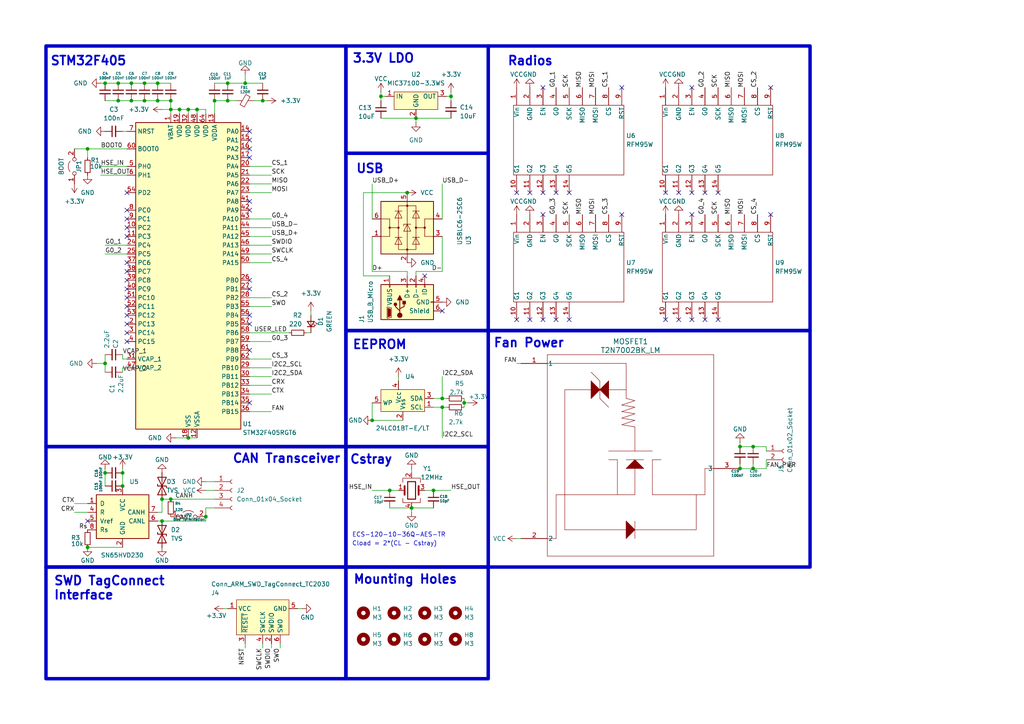
<source format=kicad_sch>
(kicad_sch (version 20250114) (generator "eeschema") (generator_version "9.0")
  (paper "A4")
  (lib_symbols
    (symbol "+3.3V_1" (power) (pin_numbers (hide yes)) (pin_names (offset 0) (hide yes))
      (property "Value" "+3.3V" (at 0 3.556 0))
      (symbol "+3.3V_1_1_1"
        (pin power_in line (at 0 0 90) (length 0) (name "~") (number "1"))
      )
    )
    (symbol "Connector:Conn_01x02_Socket" (pin_names (offset 1.016) (hide yes))
      (property "Reference" "J" (at 0 2.54 0))
      (property "Value" "Conn_01x02_Socket" (at 0 -5.08 0))
      (symbol "Conn_01x02_Socket_1_1"
        (pin passive line (at -5.08 0 0) (length 3.81) (name "Pin_1") (number "1"))
        (pin passive line (at -5.08 -2.54 0) (length 3.81) (name "Pin_2") (number "2"))
      )
    )
    (symbol "Connector:Conn_01x04_Socket" (pin_names (offset 1.016) (hide yes))
      (property "Reference" "J" (at 0 5.08 0))
      (property "Value" "Conn_01x04_Socket" (at 0 -7.62 0))
      (symbol "Conn_01x04_Socket_1_1"
        (pin passive line (at -5.08 2.54 0) (length 3.81) (name "Pin_1") (number "1"))
        (pin passive line (at -5.08 0 0) (length 3.81) (name "Pin_2") (number "2"))
        (pin passive line (at -5.08 -2.54 0) (length 3.81) (name "Pin_3") (number "3"))
        (pin passive line (at -5.08 -5.08 0) (length 3.81) (name "Pin_4") (number "4"))
      )
    )
    (symbol "Connector:Conn_ARM_SWD_TagConnect_TC2030" (in_bom no)
      (property "Reference" "J" (at 2.54 11.43 0))
      (property "Value" "Conn_ARM_SWD_TagConnect_TC2030" (at 5.08 8.89 0))
      (symbol "Conn_ARM_SWD_TagConnect_TC2030_0_0"
        (pin power_in line (at -2.54 10.16 270) (length 2.54) (name "VCC") (number "1"))
        (pin power_in line (at -2.54 -10.16 90) (length 2.54) (name "GND") (number "5"))
        (pin open_collector line (at 7.62 5.08 180) (length 2.54) (name "~{RESET}") (number "3"))
        (pin output line (at 7.62 0 180) (length 2.54) (name "SWCLK") (number "4"))
        (pin bidirectional line (at 7.62 -2.54 180) (length 2.54) (name "SWDIO") (number "2"))
        (pin input line (at 7.62 -5.08 180) (length 2.54) (name "SWO") (number "6"))
      )
    )
    (symbol "Connector:USB_B_Micro" (pin_names (offset 1.016))
      (property "Reference" "J" (at -5.08 11.43 0))
      (property "Value" "USB_B_Micro" (at -5.08 8.89 0))
      (symbol "USB_B_Micro_1_1"
        (pin passive line (at -2.54 -10.16 90) (length 2.54) (name "Shield") (number "6"))
        (pin power_out line (at 0 -10.16 90) (length 2.54) (name "GND") (number "5"))
        (pin power_out line (at 7.62 5.08 180) (length 2.54) (name "VBUS") (number "1"))
        (pin bidirectional line (at 7.62 0 180) (length 2.54) (name "D+") (number "3"))
        (pin bidirectional line (at 7.62 -2.54 180) (length 2.54) (name "D-") (number "2"))
        (pin passive line (at 7.62 -5.08 180) (length 2.54) (name "ID") (number "4"))
      )
    )
    (symbol "Device:C_Small" (pin_numbers (hide yes)) (pin_names (offset 0.254) (hide yes))
      (property "Reference" "C" (at 0.254 1.778 0))
      (property "Value" "C_Small" (at 0.254 -2.032 0))
      (symbol "C_Small_1_1"
        (pin passive line (at 0 2.54 270) (length 2.032) (name "~") (number "1"))
        (pin passive line (at 0 -2.54 90) (length 2.032) (name "~") (number "2"))
      )
    )
    (symbol "Device:Crystal_GND24" (pin_names (offset 1.016) (hide yes))
      (property "Reference" "Y" (at 3.175 5.08 0))
      (property "Value" "Crystal_GND24" (at 3.175 3.175 0))
      (symbol "Crystal_GND24_1_1"
        (pin passive line (at -3.81 0 0) (length 1.27) (name "1") (number "1"))
        (pin passive line (at 0 5.08 270) (length 1.27) (name "2") (number "2"))
        (pin passive line (at 0 -5.08 90) (length 1.27) (name "4") (number "4"))
        (pin passive line (at 3.81 0 180) (length 1.27) (name "3") (number "3"))
      )
    )
    (symbol "Device:D_TVS" (pin_numbers (hide yes)) (pin_names (offset 1.016) (hide yes))
      (property "Reference" "D" (at 0 2.54 0))
      (property "Value" "D_TVS" (at 0 -2.54 0))
      (symbol "D_TVS_1_1"
        (pin passive line (at -3.81 0 0) (length 2.54) (name "A1") (number "1"))
        (pin passive line (at 3.81 0 180) (length 2.54) (name "A2") (number "2"))
      )
    )
    (symbol "Device:FerriteBead_Small" (pin_numbers (hide yes)) (pin_names (offset 0))
      (property "Reference" "FB" (at 1.905 1.27 0))
      (property "Value" "FerriteBead_Small" (at 1.905 -1.27 0))
      (symbol "FerriteBead_Small_1_1"
        (pin passive line (at 0 2.54 270) (length 1.27) (name "~") (number "1"))
        (pin passive line (at 0 -2.54 90) (length 1.27) (name "~") (number "2"))
      )
    )
    (symbol "Device:LED_Small" (pin_numbers (hide yes)) (pin_names (offset 0.254) (hide yes))
      (property "Reference" "D" (at -1.27 3.175 0))
      (property "Value" "LED_Small" (at -4.445 -2.54 0))
      (symbol "LED_Small_1_1"
        (pin passive line (at -2.54 0 0) (length 1.778) (name "K") (number "1"))
        (pin passive line (at 2.54 0 180) (length 1.778) (name "A") (number "2"))
      )
    )
    (symbol "Device:R_Small" (pin_numbers (hide yes)) (pin_names (offset 0.254) (hide yes))
      (property "Reference" "R" (at 0.762 0.508 0))
      (property "Value" "R_Small" (at 0.762 -1.016 0))
      (symbol "R_Small_1_1"
        (pin passive line (at 0 2.54 270) (length 0.762) (name "~") (number "1"))
        (pin passive line (at 0 -2.54 90) (length 0.762) (name "~") (number "2"))
      )
    )
    (symbol "Interface_CAN_LIN:SN65HVD230" (pin_names (offset 1.016))
      (property "Reference" "U" (at -2.54 10.16 0))
      (property "Value" "SN65HVD230" (at -2.54 7.62 0))
      (symbol "SN65HVD230_1_1"
        (pin input line (at -10.16 2.54 0) (length 2.54) (name "D") (number "1"))
        (pin output line (at -10.16 0 0) (length 2.54) (name "R") (number "4"))
        (pin output line (at -10.16 -2.54 0) (length 2.54) (name "Vref") (number "5"))
        (pin input line (at -10.16 -5.08 0) (length 2.54) (name "Rs") (number "8"))
        (pin power_in line (at 0 7.62 270) (length 2.54) (name "VCC") (number "3"))
        (pin power_in line (at 0 -10.16 90) (length 2.54) (name "GND") (number "2"))
        (pin bidirectional line (at 10.16 0 180) (length 2.54) (name "CANH") (number "7"))
        (pin bidirectional line (at 10.16 -2.54 180) (length 2.54) (name "CANL") (number "6"))
      )
    )
    (symbol "Jumper:Jumper_2_Open" (pin_names (offset 0) (hide yes))
      (property "Reference" "JP" (at 0 2.794 0))
      (property "Value" "Jumper_2_Open" (at 0 -2.286 0))
      (symbol "Jumper_2_Open_1_1"
        (pin passive line (at -5.08 0 0) (length 2.54) (name "A") (number "1"))
        (pin passive line (at 5.08 0 180) (length 2.54) (name "B") (number "2"))
      )
    )
    (symbol "Library:24LC01BT-x/LT"
      (property "Reference" "U" (at 5.08 1.27 0))
      (property "Value" "24LC01BT-x/LT" (at 10.16 -1.27 0))
      (symbol "24LC01BT-x/LT_1_1"
        (pin input line (at -8.89 -6.35 0) (length 2.54) (name "WP") (number "5"))
        (pin power_in line (at -1.27 0 270) (length 2.54) (name "Vcc") (number "4"))
        (pin power_in line (at 0 -11.43 90) (length 2.54) (name "Vss") (number "2"))
        (pin bidirectional line (at 8.89 -5.08 180) (length 2.54) (name "SDA") (number "3"))
        (pin input line (at 8.89 -7.62 180) (length 2.54) (name "SCL") (number "1"))
      )
    )
    (symbol "Library:MIC37100-3.3WS"
      (property "Reference" "U" (at 0 1.27 0))
      (property "Value" "MIC37100-3.3WS" (at 0 -1.27 0))
      (symbol "MIC37100-3.3WS_1_1"
        (pin power_in line (at -8.89 -3.81 0) (length 2.54) (name "IN") (number "1"))
        (pin power_in line (at 0 -10.16 90) (length 2.54) (name "GND") (number "2"))
        (pin power_out line (at 8.89 -3.81 180) (length 2.54) (name "OUT") (number "3"))
      )
    )
    (symbol "MCU_ST_STM32F4:STM32F405RGTx"
      (property "Reference" "U" (at -15.24 46.99 0))
      (property "Value" "STM32F405RGTx" (at 10.16 46.99 0))
      (symbol "STM32F405RGTx_1_1"
        (pin input line (at -17.78 43.18 0) (length 2.54) (name "NRST") (number "7"))
        (pin input line (at -17.78 38.1 0) (length 2.54) (name "BOOT0") (number "60"))
        (pin bidirectional line (at -17.78 33.02 0) (length 2.54) (name "PH0") (number "5"))
        (pin bidirectional line (at -17.78 30.48 0) (length 2.54) (name "PH1") (number "6"))
        (pin bidirectional line (at -17.78 25.4 0) (length 2.54) (name "PD2") (number "54"))
        (pin bidirectional line (at -17.78 20.32 0) (length 2.54) (name "PC0") (number "8"))
        (pin bidirectional line (at -17.78 17.78 0) (length 2.54) (name "PC1") (number "9"))
        (pin bidirectional line (at -17.78 15.24 0) (length 2.54) (name "PC2") (number "10"))
        (pin bidirectional line (at -17.78 12.7 0) (length 2.54) (name "PC3") (number "11"))
        (pin bidirectional line (at -17.78 10.16 0) (length 2.54) (name "PC4") (number "24"))
        (pin bidirectional line (at -17.78 7.62 0) (length 2.54) (name "PC5") (number "25"))
        (pin bidirectional line (at -17.78 5.08 0) (length 2.54) (name "PC6") (number "37"))
        (pin bidirectional line (at -17.78 2.54 0) (length 2.54) (name "PC7") (number "38"))
        (pin bidirectional line (at -17.78 0 0) (length 2.54) (name "PC8") (number "39"))
        (pin bidirectional line (at -17.78 -2.54 0) (length 2.54) (name "PC9") (number "40"))
        (pin bidirectional line (at -17.78 -5.08 0) (length 2.54) (name "PC10") (number "51"))
        (pin bidirectional line (at -17.78 -7.62 0) (length 2.54) (name "PC11") (number "52"))
        (pin bidirectional line (at -17.78 -10.16 0) (length 2.54) (name "PC12") (number "53"))
        (pin bidirectional line (at -17.78 -12.7 0) (length 2.54) (name "PC13") (number "2"))
        (pin bidirectional line (at -17.78 -15.24 0) (length 2.54) (name "PC14") (number "3"))
        (pin bidirectional line (at -17.78 -17.78 0) (length 2.54) (name "PC15") (number "4"))
        (pin power_out line (at -17.78 -22.86 0) (length 2.54) (name "VCAP_1") (number "31"))
        (pin power_out line (at -17.78 -25.4 0) (length 2.54) (name "VCAP_2") (number "47"))
        (pin power_in line (at -5.08 48.26 270) (length 2.54) (name "VBAT") (number "1"))
        (pin power_in line (at -2.54 48.26 270) (length 2.54) (name "VDD") (number "19"))
        (pin power_in line (at 0 48.26 270) (length 2.54) (name "VDD") (number "32"))
        (pin power_in line (at 0 -45.72 90) (length 2.54) (name "VSS") (number "18"))
        (pin passive line (at 0 -45.72 90) (length 2.54) (hide yes) (name "VSS") (number "63"))
        (pin power_in line (at 2.54 48.26 270) (length 2.54) (name "VDD") (number "48"))
        (pin power_in line (at 2.54 -45.72 90) (length 2.54) (name "VSSA") (number "12"))
        (pin power_in line (at 5.08 48.26 270) (length 2.54) (name "VDD") (number "64"))
        (pin power_in line (at 7.62 48.26 270) (length 2.54) (name "VDDA") (number "13"))
        (pin bidirectional line (at 17.78 43.18 180) (length 2.54) (name "PA0") (number "14"))
        (pin bidirectional line (at 17.78 40.64 180) (length 2.54) (name "PA1") (number "15"))
        (pin bidirectional line (at 17.78 38.1 180) (length 2.54) (name "PA2") (number "16"))
        (pin bidirectional line (at 17.78 35.56 180) (length 2.54) (name "PA3") (number "17"))
        (pin bidirectional line (at 17.78 33.02 180) (length 2.54) (name "PA4") (number "20"))
        (pin bidirectional line (at 17.78 30.48 180) (length 2.54) (name "PA5") (number "21"))
        (pin bidirectional line (at 17.78 27.94 180) (length 2.54) (name "PA6") (number "22"))
        (pin bidirectional line (at 17.78 25.4 180) (length 2.54) (name "PA7") (number "23"))
        (pin bidirectional line (at 17.78 22.86 180) (length 2.54) (name "PA8") (number "41"))
        (pin bidirectional line (at 17.78 20.32 180) (length 2.54) (name "PA9") (number "42"))
        (pin bidirectional line (at 17.78 17.78 180) (length 2.54) (name "PA10") (number "43"))
        (pin bidirectional line (at 17.78 15.24 180) (length 2.54) (name "PA11") (number "44"))
        (pin bidirectional line (at 17.78 12.7 180) (length 2.54) (name "PA12") (number "45"))
        (pin bidirectional line (at 17.78 10.16 180) (length 2.54) (name "PA13") (number "46"))
        (pin bidirectional line (at 17.78 7.62 180) (length 2.54) (name "PA14") (number "49"))
        (pin bidirectional line (at 17.78 5.08 180) (length 2.54) (name "PA15") (number "50"))
        (pin bidirectional line (at 17.78 0 180) (length 2.54) (name "PB0") (number "26"))
        (pin bidirectional line (at 17.78 -2.54 180) (length 2.54) (name "PB1") (number "27"))
        (pin bidirectional line (at 17.78 -5.08 180) (length 2.54) (name "PB2") (number "28"))
        (pin bidirectional line (at 17.78 -7.62 180) (length 2.54) (name "PB3") (number "55"))
        (pin bidirectional line (at 17.78 -10.16 180) (length 2.54) (name "PB4") (number "56"))
        (pin bidirectional line (at 17.78 -12.7 180) (length 2.54) (name "PB5") (number "57"))
        (pin bidirectional line (at 17.78 -15.24 180) (length 2.54) (name "PB6") (number "58"))
        (pin bidirectional line (at 17.78 -17.78 180) (length 2.54) (name "PB7") (number "59"))
        (pin bidirectional line (at 17.78 -20.32 180) (length 2.54) (name "PB8") (number "61"))
        (pin bidirectional line (at 17.78 -22.86 180) (length 2.54) (name "PB9") (number "62"))
        (pin bidirectional line (at 17.78 -25.4 180) (length 2.54) (name "PB10") (number "29"))
        (pin bidirectional line (at 17.78 -27.94 180) (length 2.54) (name "PB11") (number "30"))
        (pin bidirectional line (at 17.78 -30.48 180) (length 2.54) (name "PB12") (number "33"))
        (pin bidirectional line (at 17.78 -33.02 180) (length 2.54) (name "PB13") (number "34"))
        (pin bidirectional line (at 17.78 -35.56 180) (length 2.54) (name "PB14") (number "35"))
        (pin bidirectional line (at 17.78 -38.1 180) (length 2.54) (name "PB15") (number "36"))
      )
    )
    (symbol "Mechanical:MountingHole" (pin_names (offset 1.016))
      (property "Reference" "H" (at 0 5.08 0))
      (property "Value" "MountingHole" (at 0 3.175 0))
    )
    (symbol "New_Library:T2N7002BK_LM" (pin_names (offset 0.254))
      (property "Reference" "MOSFET" (at 22.86 7.62 0))
      (property "Value" "T2N7002BK_LM" (at 20.32 -2.54 0))
      (symbol "T2N7002BK_LM_0_1"
        (pin unspecified line (at 0 0 0) (length 7.62) (name "1") (number "1"))
        (pin unspecified line (at 0 -50.8 0) (length 7.62) (name "2") (number "2"))
        (pin unspecified line (at 63.5 -30.48 180) (length 7.62) (name "3") (number "3"))
      )
    )
    (symbol "Power_Protection:USBLC6-2SC6" (pin_names (hide yes))
      (property "Reference" "U" (at 2.54 8.89 0))
      (property "Value" "USBLC6-2SC6" (at 2.54 -8.89 0))
      (symbol "USBLC6-2SC6_1_1"
        (pin passive line (at -10.16 2.54 0) (length 2.54) (name "I/O1") (number "6"))
        (pin passive line (at -10.16 -2.54 0) (length 2.54) (name "I/O1") (number "1"))
        (pin passive line (at 0 10.16 270) (length 2.54) (name "VBUS") (number "5"))
        (pin passive line (at 0 -10.16 90) (length 2.54) (name "GND") (number "2"))
        (pin passive line (at 10.16 2.54 180) (length 2.54) (name "I/O2") (number "4"))
        (pin passive line (at 10.16 -2.54 180) (length 2.54) (name "I/O2") (number "3"))
      )
    )
    (symbol "RFM69HCW_1"
      (property "Reference" "U" (at 0.1016 17.1704 0))
      (property "Value" "RFM69HCW" (at 0.0508 -18.3896 0))
      (symbol "RFM69HCW_1_1_1"
        (pin input line (at -15.24 15.24 0) (length 5.08) (name "RST") (number "9"))
        (pin input line (at -15.24 11.43 0) (length 5.08) (name "CS") (number "8"))
        (pin input line (at -15.24 7.62 0) (length 5.08) (name "MOSI") (number "7"))
        (pin output line (at -15.24 3.81 0) (length 5.08) (name "MISO") (number "6"))
        (pin input line (at -15.24 0 0) (length 5.08) (name "SCK") (number "5"))
        (pin output line (at -15.24 -3.81 0) (length 5.08) (name "G0") (number "4"))
        (pin power_in line (at -15.24 -7.62 0) (length 5.08) (name "EN") (number "3"))
        (pin power_in line (at -15.24 -11.43 0) (length 5.08) (name "GND") (number "2"))
        (pin power_in line (at -15.24 -15.24 0) (length 5.08) (name "Vin") (number "1"))
        (pin output line (at 15.24 0 180) (length 5.08) (name "G5") (number "14"))
        (pin output line (at 15.24 -3.81 180) (length 5.08) (name "G4") (number "13"))
        (pin output line (at 15.24 -7.62 180) (length 5.08) (name "G3") (number "12"))
        (pin output line (at 15.24 -11.43 180) (length 5.08) (name "G2") (number "11"))
        (pin output line (at 15.24 -15.24 180) (length 5.08) (name "G1") (number "10"))
      )
    )
    (symbol "power:+3.3V" (power) (pin_names (offset 0))
      (property "Value" "+3.3V" (at 0 3.556 0))
      (symbol "+3.3V_1_1"
        (pin power_in line (at 0 0 90) (length 0) (hide yes) (name "+3.3V") (number "1"))
      )
    )
    (symbol "power:GND" (power) (pin_numbers (hide yes)) (pin_names (offset 0) (hide yes))
      (property "Value" "GND" (at 0 -3.81 0))
      (symbol "GND_1_1"
        (pin power_in line (at 0 0 270) (length 0) (name "~") (number "1"))
      )
    )
    (symbol "power:VCC" (power) (pin_names (offset 0))
      (property "Value" "VCC" (at 0 3.81 0))
      (symbol "VCC_1_1"
        (pin power_in line (at 0 0 90) (length 0) (hide yes) (name "VCC") (number "1"))
      )
    )
  )
  (rectangle (start 100.33 13.335) (end 141.605 44.45) (stroke (width 1)))
  (rectangle (start 100.33 95.885) (end 141.605 129.54) (stroke (width 1)))
  (rectangle (start 141.605 95.885) (end 234.95 164.465) (stroke (width 1)))
  (rectangle (start 13.335 13.335) (end 100.33 129.54) (stroke (width 1)))
  (rectangle (start 141.605 13.335) (end 234.95 95.885) (stroke (width 1)))
  (rectangle (start 100.33 164.465) (end 141.605 196.85) (stroke (width 1)))
  (rectangle (start 100.33 129.54) (end 141.605 164.465) (stroke (width 1)))
  (rectangle (start 100.33 44.45) (end 141.605 95.885) (stroke (width 1)))
  (rectangle (start 13.335 164.465) (end 100.33 196.85) (stroke (width 1)))
  (rectangle (start 13.335 129.54) (end 100.33 164.465) (stroke (width 1)))
  (text "EEPROM" (at 102.108 101.6 0) (effects (font (size 2.56 2.56) (thickness 0.512) (bold yes)) (justify left bottom)))
  (text "Radios" (at 147.066 19.304 0) (effects (font (size 2.56 2.56) (thickness 0.512) (bold yes)) (justify left bottom)))
  (text "Fan Power" (at 143.002 101.092 0) (effects (font (size 2.56 2.56) (thickness 0.512) (bold yes)) (justify left bottom)))
  (text "ECS-120-10-36Q-AES-TR" (at 102.108 155.956 0) (effects (font (size 1.27 1.27)) (justify left bottom)))
  (text "STM32F405" (at 14.478 19.304 0) (effects (font (size 2.56 2.56) (thickness 0.512) (bold yes)) (justify left bottom)))
  (text "Mounting Holes" (at 102.362 169.672 0) (effects (font (size 2.56 2.56) (thickness 0.512) (bold yes)) (justify left bottom)))
  (text "3.3V LDO" (at 102.108 18.542 0) (effects (font (size 2.56 2.56) (thickness 0.512) (bold yes)) (justify left bottom)))
  (text "Cstray" (at 101.346 134.874 0) (effects (font (size 2.56 2.56) (thickness 0.512) (bold yes)) (justify left bottom)))
  (text "USB" (at 103.124 50.546 0) (effects (font (size 2.56 2.56) (thickness 0.512) (bold yes)) (justify left bottom)))
  (text "Cload = 2*(CL - Cstray)" (at 102.108 158.496 0) (effects (font (size 1.27 1.27)) (justify left bottom)))
  (text "SWD TagConnect\nInterface" (at 15.494 174.244 0) (effects (font (size 2.56 2.56) (thickness 0.512) (bold yes)) (justify left bottom)))
  (text "CAN Transceiver" (at 67.31 134.62 0) (effects (font (size 2.56 2.56) (thickness 0.512) (bold yes)) (justify left bottom)))
  (junction (at 45.72 24.13))
  (junction (at 49.53 29.21))
  (junction (at 120.65 34.29))
  (junction (at 128.27 118.11))
  (junction (at 118.11 55.88))
  (junction (at 35.56 137.16))
  (junction (at 218.44 129.54))
  (junction (at 41.91 24.13))
  (junction (at 62.23 29.21))
  (junction (at 54.61 127))
  (junction (at 46.99 151.13))
  (junction (at 38.1 29.21))
  (junction (at 130.81 27.94))
  (junction (at 25.4 158.75))
  (junction (at 38.1 24.13))
  (junction (at 52.07 31.75))
  (junction (at 30.48 137.16))
  (junction (at 107.95 121.92))
  (junction (at 134.62 116.84))
  (junction (at 46.99 144.78))
  (junction (at 66.04 24.13))
  (junction (at 119.38 147.32))
  (junction (at 30.48 24.13))
  (junction (at 30.48 105.41))
  (junction (at 41.91 29.21))
  (junction (at 45.72 29.21))
  (junction (at 113.03 142.24))
  (junction (at 128.27 115.57))
  (junction (at 66.04 29.21))
  (junction (at 34.29 29.21))
  (junction (at 125.73 142.24))
  (junction (at 54.61 31.75))
  (junction (at 218.44 135.89))
  (junction (at 214.63 129.54))
  (junction (at 35.56 140.97))
  (junction (at 25.4 43.18))
  (junction (at 71.12 24.13))
  (junction (at 76.2 29.21))
  (junction (at 59.69 149.86))
  (junction (at 110.49 27.94))
  (junction (at 49.53 31.75))
  (junction (at 57.15 31.75))
  (junction (at 214.63 135.89))
  (junction (at 49.53 144.78))
  (junction (at 34.29 24.13))
  (no_connect (at 196.85 92.71))
  (no_connect (at 161.29 92.71))
  (no_connect (at 200.66 62.23))
  (no_connect (at 208.28 92.71))
  (no_connect (at 208.28 55.88))
  (no_connect (at 25.4 151.13))
  (no_connect (at 36.83 81.28))
  (no_connect (at 200.66 55.88))
  (no_connect (at 36.83 83.82))
  (no_connect (at 157.48 62.23))
  (no_connect (at 36.83 88.9))
  (no_connect (at 200.66 92.71))
  (no_connect (at 149.86 55.88))
  (no_connect (at 204.47 55.88))
  (no_connect (at 153.67 92.71))
  (no_connect (at 149.86 92.71))
  (no_connect (at 223.52 62.23))
  (no_connect (at 36.83 76.2))
  (no_connect (at 72.39 93.98))
  (no_connect (at 36.83 86.36))
  (no_connect (at 36.83 68.58))
  (no_connect (at 123.19 80.01))
  (no_connect (at 36.83 55.88))
  (no_connect (at 36.83 91.44))
  (no_connect (at 72.39 58.42))
  (no_connect (at 223.52 25.4))
  (no_connect (at 72.39 101.6))
  (no_connect (at 180.34 62.23))
  (no_connect (at 180.34 25.4))
  (no_connect (at 157.48 92.71))
  (no_connect (at 36.83 60.96))
  (no_connect (at 72.39 60.96))
  (no_connect (at 72.39 40.64))
  (no_connect (at 157.48 55.88))
  (no_connect (at 72.39 83.82))
  (no_connect (at 72.39 45.72))
  (no_connect (at 72.39 81.28))
  (no_connect (at 36.83 99.06))
  (no_connect (at 196.85 55.88))
  (no_connect (at 193.04 92.71))
  (no_connect (at 200.66 25.4))
  (no_connect (at 128.27 90.17))
  (no_connect (at 36.83 63.5))
  (no_connect (at 165.1 55.88))
  (no_connect (at 36.83 93.98))
  (no_connect (at 72.39 116.84))
  (no_connect (at 161.29 55.88))
  (no_connect (at 36.83 78.74))
  (no_connect (at 36.83 66.04))
  (no_connect (at 193.04 55.88))
  (no_connect (at 165.1 92.71))
  (no_connect (at 204.47 92.71))
  (no_connect (at 72.39 38.1))
  (no_connect (at 72.39 43.18))
  (no_connect (at 72.39 91.44))
  (no_connect (at 157.48 25.4))
  (no_connect (at 153.67 55.88))
  (no_connect (at 36.83 96.52))
  (wire (pts (xy 72.39 99.06) (xy 78.74 99.06)))
  (wire (pts (xy 76.2 29.21) (xy 77.47 29.21)))
  (wire (pts (xy 30.48 135.89) (xy 30.48 137.16)))
  (wire (pts (xy 214.63 134.62) (xy 214.63 135.89)))
  (wire (pts (xy 59.69 139.7) (xy 62.23 139.7)))
  (wire (pts (xy 72.39 48.26) (xy 78.74 48.26)))
  (wire (pts (xy 35.56 102.87) (xy 35.56 104.14)))
  (wire (pts (xy 71.12 24.13) (xy 76.2 24.13)))
  (wire (pts (xy 72.39 114.3) (xy 78.74 114.3)))
  (wire (pts (xy 27.94 105.41) (xy 30.48 105.41)))
  (wire (pts (xy 29.21 24.13) (xy 30.48 24.13)))
  (wire (pts (xy 81.28 187.96) (xy 81.28 186.69)))
  (wire (pts (xy 62.23 24.13) (xy 66.04 24.13)))
  (wire (pts (xy 21.59 43.18) (xy 25.4 43.18)))
  (wire (pts (xy 46.99 151.13) (xy 59.69 151.13)))
  (wire (pts (xy 120.65 35.56) (xy 120.65 34.29)))
  (wire (pts (xy 45.72 151.13) (xy 46.99 151.13)))
  (wire (pts (xy 25.4 43.18) (xy 36.83 43.18)))
  (wire (pts (xy 72.39 63.5) (xy 78.74 63.5)))
  (wire (pts (xy 72.39 111.76) (xy 78.74 111.76)))
  (wire (pts (xy 72.39 55.88) (xy 78.74 55.88)))
  (wire (pts (xy 45.72 148.59) (xy 46.99 148.59)))
  (wire (pts (xy 25.4 158.75) (xy 35.56 158.75)))
  (wire (pts (xy 90.17 90.17) (xy 90.17 91.44)))
  (wire (pts (xy 30.48 102.87) (xy 30.48 105.41)))
  (wire (pts (xy 72.39 71.12) (xy 78.74 71.12)))
  (wire (pts (xy 107.95 78.74) (xy 118.11 78.74)))
  (wire (pts (xy 30.48 73.66) (xy 36.83 73.66)))
  (wire (pts (xy 35.56 106.68) (xy 36.83 106.68)))
  (wire (pts (xy 218.44 135.89) (xy 218.44 134.62)))
  (wire (pts (xy 66.04 29.21) (xy 68.58 29.21)))
  (wire (pts (xy 46.99 31.75) (xy 49.53 31.75)))
  (wire (pts (xy 72.39 68.58) (xy 78.74 68.58)))
  (wire (pts (xy 54.61 31.75) (xy 57.15 31.75)))
  (wire (pts (xy 54.61 127) (xy 57.15 127)))
  (wire (pts (xy 119.38 135.89) (xy 119.38 137.16)))
  (wire (pts (xy 134.62 116.84) (xy 134.62 118.11)))
  (wire (pts (xy 128.27 53.34) (xy 128.27 63.5)))
  (wire (pts (xy 72.39 73.66) (xy 78.74 73.66)))
  (wire (pts (xy 72.39 53.34) (xy 78.74 53.34)))
  (wire (pts (xy 49.53 144.78) (xy 62.23 144.78)))
  (wire (pts (xy 118.11 78.74) (xy 118.11 80.01)))
  (wire (pts (xy 45.72 29.21) (xy 49.53 29.21)))
  (wire (pts (xy 119.38 147.32) (xy 119.38 148.59)))
  (wire (pts (xy 59.69 142.24) (xy 62.23 142.24)))
  (wire (pts (xy 29.21 50.8) (xy 36.83 50.8)))
  (wire (pts (xy 129.54 27.94) (xy 130.81 27.94)))
  (wire (pts (xy 59.69 147.32) (xy 62.23 147.32)))
  (wire (pts (xy 113.03 80.01) (xy 105.41 80.01)))
  (wire (pts (xy 110.49 27.94) (xy 111.76 27.94)))
  (wire (pts (xy 134.62 115.57) (xy 134.62 116.84)))
  (wire (pts (xy 222.25 135.89) (xy 222.25 133.35)))
  (wire (pts (xy 72.39 96.52) (xy 83.82 96.52)))
  (wire (pts (xy 54.61 33.02) (xy 54.61 31.75)))
  (wire (pts (xy 41.91 29.21) (xy 45.72 29.21)))
  (wire (pts (xy 59.69 149.86) (xy 59.69 151.13)))
  (wire (pts (xy 30.48 71.12) (xy 36.83 71.12)))
  (wire (pts (xy 71.12 21.59) (xy 71.12 24.13)))
  (wire (pts (xy 128.27 109.22) (xy 128.27 115.57)))
  (wire (pts (xy 107.95 68.58) (xy 107.95 78.74)))
  (wire (pts (xy 128.27 127) (xy 128.27 118.11)))
  (wire (pts (xy 35.56 104.14) (xy 36.83 104.14)))
  (wire (pts (xy 214.63 129.54) (xy 218.44 129.54)))
  (wire (pts (xy 110.49 26.67) (xy 110.49 27.94)))
  (wire (pts (xy 130.81 26.67) (xy 130.81 27.94)))
  (wire (pts (xy 78.74 187.96) (xy 78.74 186.69)))
  (wire (pts (xy 57.15 33.02) (xy 57.15 31.75)))
  (wire (pts (xy 45.72 24.13) (xy 49.53 24.13)))
  (wire (pts (xy 125.73 142.24) (xy 123.19 142.24)))
  (wire (pts (xy 128.27 78.74) (xy 128.27 68.58)))
  (wire (pts (xy 72.39 76.2) (xy 78.74 76.2)))
  (wire (pts (xy 128.27 115.57) (xy 129.54 115.57)))
  (wire (pts (xy 128.27 118.11) (xy 125.73 118.11)))
  (wire (pts (xy 59.69 33.02) (xy 59.69 31.75)))
  (wire (pts (xy 214.63 135.89) (xy 218.44 135.89)))
  (wire (pts (xy 214.63 128.27) (xy 214.63 129.54)))
  (wire (pts (xy 71.12 187.96) (xy 71.12 186.69)))
  (wire (pts (xy 41.91 24.13) (xy 45.72 24.13)))
  (wire (pts (xy 128.27 115.57) (xy 125.73 115.57)))
  (wire (pts (xy 59.69 31.75) (xy 57.15 31.75)))
  (wire (pts (xy 113.03 147.32) (xy 119.38 147.32)))
  (wire (pts (xy 34.29 24.13) (xy 38.1 24.13)))
  (wire (pts (xy 72.39 50.8) (xy 78.74 50.8)))
  (wire (pts (xy 30.48 29.21) (xy 34.29 29.21)))
  (wire (pts (xy 110.49 29.21) (xy 110.49 27.94)))
  (wire (pts (xy 30.48 137.16) (xy 30.48 140.97)))
  (wire (pts (xy 107.95 116.84) (xy 107.95 121.92)))
  (wire (pts (xy 54.61 31.75) (xy 52.07 31.75)))
  (wire (pts (xy 218.44 129.54) (xy 222.25 129.54)))
  (wire (pts (xy 62.23 29.21) (xy 62.23 33.02)))
  (wire (pts (xy 72.39 104.14) (xy 78.74 104.14)))
  (wire (pts (xy 35.56 135.89) (xy 35.56 137.16)))
  (wire (pts (xy 30.48 105.41) (xy 30.48 107.95)))
  (wire (pts (xy 46.99 148.59) (xy 46.99 144.78)))
  (wire (pts (xy 49.53 31.75) (xy 52.07 31.75)))
  (wire (pts (xy 72.39 106.68) (xy 78.74 106.68)))
  (wire (pts (xy 149.86 105.41) (xy 151.13 105.41)))
  (wire (pts (xy 86.36 176.53) (xy 87.63 176.53)))
  (wire (pts (xy 107.95 121.92) (xy 116.84 121.92)))
  (wire (pts (xy 46.99 144.78) (xy 49.53 144.78)))
  (wire (pts (xy 120.65 78.74) (xy 128.27 78.74)))
  (wire (pts (xy 38.1 24.13) (xy 41.91 24.13)))
  (wire (pts (xy 73.66 29.21) (xy 76.2 29.21)))
  (wire (pts (xy 72.39 109.22) (xy 78.74 109.22)))
  (wire (pts (xy 149.86 156.21) (xy 151.13 156.21)))
  (wire (pts (xy 72.39 119.38) (xy 78.74 119.38)))
  (wire (pts (xy 66.04 24.13) (xy 71.12 24.13)))
  (wire (pts (xy 120.65 34.29) (xy 130.81 34.29)))
  (wire (pts (xy 218.44 135.89) (xy 222.25 135.89)))
  (wire (pts (xy 30.48 24.13) (xy 34.29 24.13)))
  (wire (pts (xy 119.38 147.32) (xy 125.73 147.32)))
  (wire (pts (xy 78.74 86.36) (xy 72.39 86.36)))
  (wire (pts (xy 38.1 29.21) (xy 41.91 29.21)))
  (wire (pts (xy 222.25 129.54) (xy 222.25 130.81)))
  (wire (pts (xy 35.56 137.16) (xy 35.56 140.97)))
  (wire (pts (xy 105.41 80.01) (xy 105.41 55.88)))
  (wire (pts (xy 29.21 48.26) (xy 36.83 48.26)))
  (wire (pts (xy 130.81 27.94) (xy 130.81 29.21)))
  (wire (pts (xy 115.57 109.22) (xy 115.57 110.49)))
  (wire (pts (xy 72.39 88.9) (xy 78.74 88.9)))
  (wire (pts (xy 105.41 55.88) (xy 118.11 55.88)))
  (wire (pts (xy 21.59 146.05) (xy 25.4 146.05)))
  (wire (pts (xy 52.07 31.75) (xy 52.07 33.02)))
  (wire (pts (xy 49.53 29.21) (xy 49.53 31.75)))
  (wire (pts (xy 110.49 34.29) (xy 120.65 34.29)))
  (wire (pts (xy 107.95 53.34) (xy 107.95 63.5)))
  (wire (pts (xy 107.95 142.24) (xy 113.03 142.24)))
  (wire (pts (xy 134.62 116.84) (xy 135.89 116.84)))
  (wire (pts (xy 49.53 33.02) (xy 49.53 31.75)))
  (wire (pts (xy 128.27 118.11) (xy 129.54 118.11)))
  (wire (pts (xy 62.23 29.21) (xy 66.04 29.21)))
  (wire (pts (xy 76.2 187.96) (xy 76.2 186.69)))
  (wire (pts (xy 21.59 148.59) (xy 25.4 148.59)))
  (wire (pts (xy 59.69 149.86) (xy 59.69 147.32)))
  (wire (pts (xy 72.39 66.04) (xy 78.74 66.04)))
  (wire (pts (xy 25.4 45.72) (xy 25.4 43.18)))
  (wire (pts (xy 50.8 127) (xy 54.61 127)))
  (wire (pts (xy 90.17 96.52) (xy 88.9 96.52)))
  (wire (pts (xy 35.56 107.95) (xy 35.56 106.68)))
  (wire (pts (xy 35.56 38.1) (xy 36.83 38.1)))
  (wire (pts (xy 120.65 80.01) (xy 120.65 78.74)))
  (wire (pts (xy 34.29 29.21) (xy 38.1 29.21)))
  (wire (pts (xy 125.73 142.24) (xy 130.81 142.24)))
  (wire (pts (xy 113.03 142.24) (xy 115.57 142.24)))
  (wire (pts (xy 64.77 176.53) (xy 66.04 176.53)))
  (label "CS_1" (at 78.74 48.26 0))
  (label "G0_1" (at 161.29 25.4 90))
  (label "CS_4" (at 219.71 62.23 90))
  (label "CTX" (at 21.59 146.05 180))
  (label "VCAP_1" (at 35.56 102.87 0))
  (label "MISO" (at 212.09 62.23 90))
  (label "G0_3" (at 161.29 62.23 90))
  (label "MISO" (at 78.74 53.34 0))
  (label "VCAP_2" (at 35.56 107.95 0))
  (label "FAN_PWR" (at 222.25 135.89 0))
  (label "SWDIO" (at 78.74 71.12 0))
  (label "D+" (at 107.95 78.74 0))
  (label "CS_2" (at 78.74 86.36 0))
  (label "MOSI" (at 215.9 62.23 90))
  (label "G0_3" (at 78.74 99.06 0))
  (label "SWO" (at 78.74 88.9 0))
  (label "SCK" (at 165.1 25.4 90))
  (label "SWDIO" (at 78.74 187.96 270))
  (label "CS_2" (at 219.71 25.4 90))
  (label "SCK" (at 208.28 62.23 90))
  (label "FAN" (at 78.74 119.38 0))
  (label "D-" (at 128.27 78.74 180))
  (label "MOSI" (at 172.72 25.4 90))
  (label "USB_D-" (at 128.27 53.34 0))
  (label "CS_4" (at 78.74 76.2 0))
  (label "HSE_IN" (at 107.95 142.24 180))
  (label "MOSI" (at 172.72 62.23 90))
  (label "G0_4" (at 78.74 63.5 0))
  (label "MOSI" (at 215.9 25.4 90))
  (label "HSE_OUT" (at 29.21 50.8 0))
  (label "SCK" (at 165.1 62.23 90))
  (label "G0_1" (at 30.48 71.12 0))
  (label "MISO" (at 168.91 62.23 90))
  (label "CTX" (at 78.74 114.3 0))
  (label "CANH" (at 50.8 144.78 0))
  (label "G0_2" (at 30.48 73.66 0))
  (label "CS_3" (at 78.74 104.14 0))
  (label "NRST" (at 71.12 187.96 270))
  (label "SWCLK" (at 78.74 73.66 0))
  (label "CS_1" (at 176.53 25.4 90))
  (label "FAN" (at 149.86 105.41 180))
  (label "USB_D+" (at 107.95 53.34 0))
  (label "BOOT0" (at 29.21 43.18 0))
  (label "HSE_IN" (at 29.21 48.26 0))
  (label "SWCLK" (at 76.2 187.96 270))
  (label "I2C2_SDA" (at 78.74 109.22 0))
  (label "USB_D+" (at 78.74 68.58 0))
  (label "USER_LED" (at 73.66 96.52 0))
  (label "G0_2" (at 204.47 25.4 90))
  (label "CRX" (at 21.59 148.59 180))
  (label "HSE_OUT" (at 130.81 142.24 0))
  (label "I2C2_SCL" (at 128.27 127 0))
  (label "I2C2_SDA" (at 128.27 109.22 0))
  (label "CANL" (at 50.8 151.13 0))
  (label "I2C2_SCL" (at 78.74 106.68 0))
  (label "Rs" (at 25.4 153.67 180))
  (label "SCK" (at 78.74 50.8 0))
  (label "MOSI" (at 78.74 55.88 0))
  (label "USB_D-" (at 78.74 66.04 0))
  (label "MISO" (at 212.09 25.4 90))
  (label "SCK" (at 208.28 25.4 90))
  (label "G0_4" (at 204.47 62.23 90))
  (label "MISO" (at 168.91 25.4 90))
  (label "SWO" (at 81.28 187.96 270))
  (label "CRX" (at 78.74 111.76 0))
  (label "CS_3" (at 176.53 62.23 90))
  (symbol (lib_id "power:GND") (at 50.8 127 270) (unit 1)
    (property "Reference" "#PWR07" (effects (hide yes)))
    (property "Value" "GND" (at 46.99 126.9999 90) (effects (justify right)))
    (property "Description" "Power symbol creates a global label with name \"GND\" , ground" (effects (hide yes)))
  )
  (symbol (lib_id "New_Library:T2N7002BK_LM") (at 151.13 105.41 0) (unit 1)
    (property "Reference" "MOSFET1" (at 182.88 99.06 0) (effects (font (size 1.524 1.524))))
    (property "Value" "T2N7002BK_LM" (at 182.88 101.6 0) (effects (font (size 1.524 1.524))))
    (property "Footprint" "SOT23_TOS" (effects (hide yes)))
    (property "Datasheet" "T2N7002BK_LM" (effects (hide yes)))
  )
  (symbol (lib_id "Device:C_Small") (at 76.2 26.67 0) (unit 1)
    (property "Reference" "C12" (at 74.93 21.4693 0) (effects (font (size 0.75 0.75)) (justify left)))
    (property "Value" "1uF" (at 75.184 22.606 0) (effects (font (size 0.75 0.75)) (justify left)))
    (property "Footprint" "Capacitor_SMD:C_0603_1608Metric" (effects (hide yes)))
  )
  (symbol (lib_id "Connector:Conn_01x04_Socket") (at 67.31 142.24 0) (unit 1)
    (property "Reference" "J2" (at 68.58 142.2399 0) (effects (justify left)))
    (property "Value" "Conn_01x04_Socket" (at 68.58 144.7799 0) (effects (justify left)))
    (property "Description" "Generic connector, single row, 01x04, script generated" (effects (hide yes)))
  )
  (symbol (lib_id "power:GND") (at 30.48 135.89 180) (unit 1)
    (property "Reference" "#PWR011" (effects (hide yes)))
    (property "Value" "GND" (at 30.48 132.588 0))
    (property "Description" "Power symbol creates a global label with name \"GND\" , ground" (effects (hide yes)))
  )
  (symbol (lib_id "Device:C_Small") (at 49.53 26.67 0) (unit 1)
    (property "Reference" "C9" (at 48.768 21.336 0) (effects (font (size 0.75 0.75)) (justify left)))
    (property "Value" "100nF" (at 47.752 22.606 0) (effects (font (size 0.75 0.75)) (justify left)))
    (property "Footprint" "Capacitor_SMD:C_0402_1005Metric" (effects (hide yes)))
  )
  (symbol (lib_id "power:VCC") (at 193.04 25.4 0) (unit 1)
    (property "Reference" "#PWR042" (effects (hide yes)))
    (property "Value" "VCC" (at 193.04 21.59 0))
  )
  (symbol (lib_id "power:GND") (at 153.67 62.23 180) (unit 1)
    (property "Reference" "#PWR031" (effects (hide yes)))
    (property "Value" "GND" (at 153.67 58.42 0))
  )
  (symbol (lib_id "Device:D_TVS") (at 46.99 154.94 90) (unit 1)
    (property "Reference" "D2" (at 49.53 153.67 90) (effects (justify right)))
    (property "Value" "TVS" (at 49.53 156.21 90) (effects (justify right)))
    (property "Footprint" "Library:SOD-123FL" (effects (hide yes)))
  )
  (symbol (lib_id "Device:C_Small") (at 30.48 26.67 0) (unit 1)
    (property "Reference" "C4" (at 29.718 21.336 0) (effects (font (size 0.75 0.75)) (justify left)))
    (property "Value" "100nF" (at 28.702 22.606 0) (effects (font (size 0.75 0.75)) (justify left)))
    (property "Footprint" "Capacitor_SMD:C_0402_1005Metric" (effects (hide yes)))
  )
  (symbol (lib_name "RFM69HCW_1") (lib_id "Radio:RFM69HCW") (at 165.1 40.64 270) (unit 1)
    (property "Reference" "U6" (at 181.61 39.3699 90) (effects (justify left)))
    (property "Value" "RFM95W" (at 181.61 41.9099 90) (effects (justify left)))
    (property "Footprint" "Radio:RFM95W" (effects (hide yes)))
  )
  (symbol (lib_id "power:GND") (at 153.67 25.4 180) (unit 1)
    (property "Reference" "#PWR030" (effects (hide yes)))
    (property "Value" "GND" (at 153.67 21.59 0))
  )
  (symbol (lib_id "Mechanical:MountingHole") (at 132.08 185.42 0) (unit 1)
    (property "Reference" "H8" (at 134.62 184.15 0) (effects (justify left)))
    (property "Value" "M3" (at 134.62 186.69 0) (effects (justify left)))
    (property "Footprint" "MountingHole:MountingHole_3.2mm_M3" (effects (hide yes)))
  )
  (symbol (lib_id "Mechanical:MountingHole") (at 105.41 177.8 0) (unit 1)
    (property "Reference" "H1" (at 107.95 176.53 0) (effects (justify left)))
    (property "Value" "M3" (at 107.95 179.07 0) (effects (justify left)))
    (property "Footprint" "MountingHole:MountingHole_3.2mm_M3" (effects (hide yes)))
  )
  (symbol (lib_id "Connector:USB_B_Micro") (at 118.11 87.63 90) (unit 1)
    (property "Reference" "J1" (at 104.902 93.726 0) (effects (justify left)))
    (property "Value" "USB_B_Micro" (at 107.442 93.726 0) (effects (justify left)))
    (property "Description" "USB Micro Type B connector" (effects (hide yes)))
  )
  (symbol (lib_id "power:+3.3V") (at 130.81 26.67 0) (unit 1)
    (property "Reference" "#PWR013" (effects (hide yes)))
    (property "Value" "+3.3V" (at 130.81 21.59 0))
  )
  (symbol (lib_id "power:+3.3V") (at 21.59 53.34 180) (unit 1)
    (property "Reference" "#PWR04" (effects (hide yes)))
    (property "Value" "+3.3V" (at 21.59 58.42 0))
  )
  (symbol (lib_id "power:GND") (at 71.12 21.59 180) (unit 1)
    (property "Reference" "#PWR09" (effects (hide yes)))
    (property "Value" "GND" (at 71.12 18.288 0))
    (property "Description" "Power symbol creates a global label with name \"GND\" , ground" (effects (hide yes)))
  )
  (symbol (lib_id "power:+3.3V") (at 64.77 176.53 90) (unit 1)
    (property "Reference" "#PWR032" (effects (hide yes)))
    (property "Value" "+3.3V" (at 62.738 178.562 90))
  )
  (symbol (lib_id "power:+3.3V") (at 77.47 29.21 270) (unit 1)
    (property "Reference" "#PWR08" (effects (hide yes)))
    (property "Value" "+3.3V" (at 81.28 29.2099 90) (effects (justify left)))
  )
  (symbol (lib_id "power:GND") (at 119.38 148.59 0) (unit 1)
    (property "Reference" "#PWR026" (effects (hide yes)))
    (property "Value" "GND" (at 119.38 152.4 0))
  )
  (symbol (lib_id "Device:D_TVS") (at 46.99 140.97 90) (unit 1)
    (property "Reference" "D3" (at 48.26 139.7 90) (effects (justify right)))
    (property "Value" "TVS" (at 48.26 142.24 90) (effects (justify right)))
    (property "Footprint" "Library:SOD-123FL" (effects (hide yes)))
  )
  (symbol (lib_id "Device:C_Small") (at 38.1 26.67 0) (unit 1)
    (property "Reference" "C6" (at 37.338 21.336 0) (effects (font (size 0.75 0.75)) (justify left)))
    (property "Value" "100nF" (at 36.322 22.606 0) (effects (font (size 0.75 0.75)) (justify left)))
    (property "Footprint" "Capacitor_SMD:C_0402_1005Metric" (effects (hide yes)))
  )
  (symbol (lib_id "power:VCC") (at 110.49 26.67 0) (unit 1)
    (property "Reference" "#PWR014" (effects (hide yes)))
    (property "Value" "VCC" (at 110.49 22.86 0))
  )
  (symbol (lib_id "Device:R_Small") (at 86.36 96.52 270) (unit 1)
    (property "Reference" "R2" (at 87.63 91.44 90) (effects (justify right)))
    (property "Value" "220" (at 87.63 93.98 90) (effects (justify right)))
    (property "Footprint" "Resistor_SMD:R_0805_2012Metric" (effects (hide yes)))
  )
  (symbol (lib_id "Device:Crystal_GND24") (at 119.38 142.24 0) (unit 1)
    (property "Reference" "Y1" (at 123.952 135.89 0))
    (property "Value" "12MHz" (at 125.222 138.43 0))
    (property "Footprint" "Crystal:Crystal_SMD_2520-4Pin_2.5x2.0mm" (effects (hide yes)))
  )
  (symbol (lib_id "Device:R_Small") (at 49.53 147.32 0) (unit 1)
    (property "Reference" "R4" (at 50.8 146.05 0) (effects (font (size 0.75 0.75)) (justify left)))
    (property "Value" "120" (at 50.8 147.828 0) (effects (font (size 0.75 0.75)) (justify left)))
    (property "Footprint" "Resistor_SMD:R_0603_1608Metric" (effects (hide yes)))
  )
  (symbol (lib_name "+3.3V_1") (lib_id "power:+3.3V") (at 135.89 116.84 270) (unit 1)
    (property "Reference" "#PWR020" (effects (hide yes)))
    (property "Value" "+3.3V" (at 135.89 115.062 90) (effects (justify left)))
    (property "Description" "Power symbol creates a global label with name \"+3.3V\"" (effects (hide yes)))
  )
  (symbol (lib_id "Mechanical:MountingHole") (at 123.19 177.8 0) (unit 1)
    (property "Reference" "H3" (at 125.73 176.53 0) (effects (justify left)))
    (property "Value" "M3" (at 125.73 179.07 0) (effects (justify left)))
    (property "Footprint" "MountingHole:MountingHole_3.2mm_M3" (effects (hide yes)))
  )
  (symbol (lib_id "Device:C_Small") (at 66.04 26.67 0) (unit 1)
    (property "Reference" "C11" (at 64.77 21.4693 0) (effects (font (size 0.75 0.75)) (justify left)))
    (property "Value" "1uF" (at 65.024 22.606 0) (effects (font (size 0.75 0.75)) (justify left)))
    (property "Footprint" "Capacitor_SMD:C_0603_1608Metric" (effects (hide yes)))
  )
  (symbol (lib_id "power:GND") (at 196.85 62.23 180) (unit 1)
    (property "Reference" "#PWR045" (effects (hide yes)))
    (property "Value" "GND" (at 196.85 58.42 0))
  )
  (symbol (lib_id "power:GND") (at 128.27 87.63 90) (unit 1)
    (property "Reference" "#PWR016" (effects (hide yes)))
    (property "Value" "GND" (at 132.08 87.6299 90) (effects (justify right)))
    (property "Description" "Power symbol creates a global label with name \"GND\" , ground" (effects (hide yes)))
  )
  (symbol (lib_id "Mechanical:MountingHole") (at 123.19 185.42 0) (unit 1)
    (property "Reference" "H7" (at 125.73 184.15 0) (effects (justify left)))
    (property "Value" "M3" (at 125.73 186.69 0) (effects (justify left)))
    (property "Footprint" "MountingHole:MountingHole_3.2mm_M3" (effects (hide yes)))
  )
  (symbol (lib_id "Device:C_Small") (at 62.23 26.67 0) (unit 1)
    (property "Reference" "C10" (at 60.96 21.59 0) (effects (font (size 0.75 0.75)) (justify left)))
    (property "Value" "100nF" (at 60.452 22.7267 0) (effects (font (size 0.75 0.75)) (justify left)))
    (property "Footprint" "Capacitor_SMD:C_0402_1005Metric" (effects (hide yes)))
  )
  (symbol (lib_id "Device:C_Small") (at 110.49 31.75 0) (unit 1)
    (property "Reference" "C13" (at 103.886 31.242 0) (effects (justify left)))
    (property "Value" "10uF" (at 103.886 33.782 0) (effects (justify left)))
    (property "Footprint" "Capacitor_SMD:C_0805_2012Metric" (effects (hide yes)))
  )
  (symbol (lib_id "power:VCC") (at 193.04 62.23 0) (unit 1)
    (property "Reference" "#PWR043" (effects (hide yes)))
    (property "Value" "VCC" (at 193.04 58.42 0))
  )
  (symbol (lib_name "RFM69HCW_1") (lib_id "Radio:RFM69HCW") (at 208.28 40.64 270) (unit 1)
    (property "Reference" "U8" (at 224.79 39.3699 90) (effects (justify left)))
    (property "Value" "RFM95W" (at 224.79 41.9099 90) (effects (justify left)))
    (property "Footprint" "Radio:RFM95W" (effects (hide yes)))
  )
  (symbol (lib_id "power:GND") (at 120.65 35.56 0) (unit 1)
    (property "Reference" "#PWR012" (effects (hide yes)))
    (property "Value" "GND" (at 120.65 40.64 0))
    (property "Description" "Power symbol creates a global label with name \"GND\" , ground" (effects (hide yes)))
  )
  (symbol (lib_id "Jumper:Jumper_2_Open") (at 21.59 48.26 90) (unit 1)
    (property "Reference" "JP1" (at 22.86 48.26 0))
    (property "Value" "BOOT" (at 17.78 48.26 0))
    (property "Footprint" "Connector_PinHeader_2.54mm:PinHeader_1x02_P2.54mm_Vertical" (effects (hide yes)))
  )
  (symbol (lib_id "Connector:Conn_01x02_Socket") (at 227.33 130.81 0) (unit 1)
    (property "Reference" "J5" (at 226.568 137.16 90) (effects (justify left)))
    (property "Value" "Conn_01x02_Socket" (at 229.108 137.16 90) (effects (justify left)))
    (property "Description" "Generic connector, single row, 01x02, script generated" (effects (hide yes)))
  )
  (symbol (lib_id "Device:C_Small") (at 113.03 144.78 0) (unit 1)
    (property "Reference" "C17" (at 108.458 144.272 0) (effects (font (size 0.75 0.75)) (justify left)))
    (property "Value" "10pF" (at 108.458 145.542 0) (effects (font (size 0.75 0.75)) (justify left)))
    (property "Footprint" "Capacitor_SMD:C_0402_1005Metric" (effects (hide yes)))
  )
  (symbol (lib_id "Device:C_Small") (at 130.81 31.75 0) (unit 1)
    (property "Reference" "C14" (at 133.35 31.1213 0) (effects (justify left)))
    (property "Value" "10uF" (at 133.35 33.6613 0) (effects (justify left)))
    (property "Footprint" "Capacitor_SMD:C_0805_2012Metric" (effects (hide yes)))
  )
  (symbol (lib_id "Library:MIC37100-3.3WS") (at 120.65 24.13 0) (unit 1)
    (property "Reference" "U2" (at 120.65 21.59 0))
    (property "Value" "MIC37100-3.3WS" (at 120.65 24.13 0))
    (property "Footprint" "Package_TO_SOT_SMD:SOT-223-3_TabPin2" (effects (hide yes)))
  )
  (symbol (lib_id "power:VCC") (at 149.86 156.21 90) (unit 1)
    (property "Reference" "#PWR034" (effects (hide yes)))
    (property "Value" "VCC" (at 146.812 156.21 90) (effects (justify left)))
  )
  (symbol (lib_id "Jumper:Jumper_2_Open") (at 54.61 149.86 0) (unit 1)
    (property "Reference" "JP2" (at 54.61 149.352 0) (effects (font (size 0.75 0.75))))
    (property "Value" "Bus Termination" (at 54.864 150.622 0) (effects (font (size 0.75 0.75))))
    (property "Footprint" "Connector_PinHeader_2.54mm:PinHeader_1x02_P2.54mm_Vertical" (effects (hide yes)))
  )
  (symbol (lib_id "power:+3.3V") (at 115.57 109.22 0) (unit 1)
    (property "Reference" "#PWR018" (effects (hide yes)))
    (property "Value" "+3.3V" (at 115.57 104.14 0))
  )
  (symbol (lib_id "Mechanical:MountingHole") (at 132.08 177.8 0) (unit 1)
    (property "Reference" "H4" (at 134.62 176.53 0) (effects (justify left)))
    (property "Value" "M3" (at 134.62 179.07 0) (effects (justify left)))
    (property "Footprint" "MountingHole:MountingHole_3.2mm_M3" (effects (hide yes)))
  )
  (symbol (lib_id "Device:R_Small") (at 132.08 118.11 90) (unit 1)
    (property "Reference" "R6" (at 134.366 119.888 90) (effects (justify left)))
    (property "Value" "2.7k" (at 134.366 122.428 90) (effects (justify left)))
    (property "Footprint" "Resistor_SMD:R_0603_1608Metric" (effects (hide yes)))
  )
  (symbol (lib_id "Device:C_Small") (at 125.73 144.78 0) (unit 1)
    (property "Reference" "C18" (at 127.508 144.018 0) (effects (font (size 0.75 0.75)) (justify left)))
    (property "Value" "10pF" (at 127.508 145.288 0) (effects (font (size 0.75 0.75)) (justify left)))
    (property "Footprint" "Capacitor_SMD:C_0402_1005Metric" (effects (hide yes)))
  )
  (symbol (lib_id "Library:24LC01BT-x/LT") (at 116.84 110.49 0) (unit 1)
    (property "Reference" "U4" (at 117.5259 109.22 0) (effects (justify left)))
    (property "Value" "24LC01BT-E/LT" (at 108.966 124.206 0) (effects (justify left)))
    (property "Footprint" "Library:SC-70-5" (effects (hide yes)))
  )
  (symbol (lib_id "Device:LED_Small") (at 90.17 93.98 270) (mirror x) (unit 1)
    (property "Reference" "D1" (at 92.964 93.218 0))
    (property "Value" "GREEN" (at 95.504 93.218 0))
    (property "Footprint" "LED_SMD:LED_0805_2012Metric" (effects (hide yes)))
  )
  (symbol (lib_id "Device:R_Small") (at 25.4 48.26 0) (mirror x) (unit 1)
    (property "Reference" "R1" (at 28.956 46.482 0) (effects (justify right)))
    (property "Value" "10k" (at 29.718 48.26 0) (effects (justify right)))
    (property "Footprint" "Resistor_SMD:R_0805_2012Metric" (effects (hide yes)))
  )
  (symbol (lib_id "power:VCC") (at 118.11 55.88 270) (unit 1)
    (property "Reference" "#PWR017" (effects (hide yes)))
    (property "Value" "VCC" (at 121.92 55.8799 90) (effects (justify left)))
  )
  (symbol (lib_id "power:GND") (at 107.95 121.92 270) (unit 1)
    (property "Reference" "#PWR019" (effects (hide yes)))
    (property "Value" "GND" (at 105.156 121.92 90) (effects (justify right)))
    (property "Description" "Power symbol creates a global label with name \"GND\" , ground" (effects (hide yes)))
  )
  (symbol (lib_id "Device:C_Small") (at 33.02 140.97 90) (unit 1)
    (property "Reference" "C15" (at 27.94 142.24 0) (effects (font (size 0.75 0.75)) (justify left)))
    (property "Value" "100nF" (at 29.21 142.748 0) (effects (font (size 0.75 0.75)) (justify left)))
    (property "Footprint" "Capacitor_SMD:C_0402_1005Metric" (effects (hide yes)))
  )
  (symbol (lib_id "Device:C_Small") (at 214.63 132.08 0) (unit 1)
    (property "Reference" "C19" (at 212.09 136.652 0) (effects (font (size 0.75 0.75)) (justify left)))
    (property "Value" "100nF" (at 212.09 137.922 0) (effects (font (size 0.75 0.75)) (justify left)))
    (property "Description" "Unpolarized capacitor, small symbol" (effects (hide yes)))
  )
  (symbol (lib_id "Device:C_Small") (at 34.29 26.67 0) (unit 1)
    (property "Reference" "C5" (at 33.528 21.336 0) (effects (font (size 0.75 0.75)) (justify left)))
    (property "Value" "100nF" (at 32.512 22.606 0) (effects (font (size 0.75 0.75)) (justify left)))
    (property "Footprint" "Capacitor_SMD:C_0402_1005Metric" (effects (hide yes)))
  )
  (symbol (lib_id "Mechanical:MountingHole") (at 114.3 185.42 0) (unit 1)
    (property "Reference" "H6" (at 116.84 184.15 0) (effects (justify left)))
    (property "Value" "M3" (at 116.84 186.69 0) (effects (justify left)))
    (property "Footprint" "MountingHole:MountingHole_3.2mm_M3" (effects (hide yes)))
  )
  (symbol (lib_id "Device:C_Small") (at 33.02 102.87 270) (mirror x) (unit 1)
    (property "Reference" "C2" (at 33.528 101.092 0) (effects (justify left)))
    (property "Value" "2.2uF" (at 30.988 101.092 0) (effects (justify left)))
    (property "Footprint" "Capacitor_SMD:C_0603_1608Metric" (effects (hide yes)))
  )
  (symbol (lib_id "Device:C_Small") (at 33.02 107.95 90) (unit 1)
    (property "Reference" "C1" (at 32.512 114.046 0) (effects (justify left)))
    (property "Value" "2.2uF" (at 35.052 114.046 0) (effects (justify left)))
    (property "Footprint" "Capacitor_SMD:C_0603_1608Metric" (effects (hide yes)))
  )
  (symbol (lib_id "Device:C_Small") (at 33.02 38.1 90) (unit 1)
    (property "Reference" "C3" (at 33.0263 31.75 90))
    (property "Value" "100nF" (at 33.0263 34.29 90))
    (property "Footprint" "Capacitor_SMD:C_0402_1005Metric" (effects (hide yes)))
  )
  (symbol (lib_id "Device:C_Small") (at 218.44 132.08 0) (unit 1)
    (property "Reference" "C20" (at 217.424 136.652 0) (effects (font (size 0.75 0.75)) (justify left)))
    (property "Value" "100nF" (at 217.424 137.922 0) (effects (font (size 0.75 0.75)) (justify left)))
    (property "Description" "Unpolarized capacitor, small symbol" (effects (hide yes)))
  )
  (symbol (lib_id "power:VCC") (at 59.69 142.24 90) (unit 1)
    (property "Reference" "#PWR023" (effects (hide yes)))
    (property "Value" "VCC" (at 56.896 142.24 90) (effects (justify left)))
  )
  (symbol (lib_id "power:GND") (at 46.99 137.16 180) (unit 1)
    (property "Reference" "#PWR024" (effects (hide yes)))
    (property "Value" "GND" (at 46.99 133.35 0))
    (property "Description" "Power symbol creates a global label with name \"GND\" , ground" (effects (hide yes)))
  )
  (symbol (lib_id "Device:C_Small") (at 41.91 26.67 0) (unit 1)
    (property "Reference" "C7" (at 41.148 21.336 0) (effects (font (size 0.75 0.75)) (justify left)))
    (property "Value" "100nF" (at 40.132 22.606 0) (effects (font (size 0.75 0.75)) (justify left)))
    (property "Footprint" "Capacitor_SMD:C_0402_1005Metric" (effects (hide yes)))
  )
  (symbol (lib_id "Interface_CAN_LIN:SN65HVD230") (at 35.56 148.59 0) (unit 1)
    (property "Reference" "U5" (at 37.5159 139.7 0) (effects (justify left)))
    (property "Value" "SN65HVD230" (at 29.21 161.036 0) (effects (justify left)))
    (property "Footprint" "Package_SO:SOIC-8_3.9x4.9mm_P1.27mm" (effects (hide yes)))
    (property "Datasheet" "http://www.ti.com/lit/ds/symlink/sn65hvd230.pdf" (effects (hide yes)))
  )
  (symbol (lib_id "power:GND") (at 118.11 76.2 90) (unit 1)
    (property "Reference" "#PWR015" (effects (hide yes)))
    (property "Value" "GND" (at 121.92 76.1999 90) (effects (justify right)))
    (property "Description" "Power symbol creates a global label with name \"GND\" , ground" (effects (hide yes)))
  )
  (symbol (lib_id "Device:C_Small") (at 33.02 137.16 90) (unit 1)
    (property "Reference" "C16" (at 27.94 138.43 0) (effects (font (size 0.75 0.75)) (justify left)))
    (property "Value" "100nF" (at 29.21 138.938 0) (effects (font (size 0.75 0.75)) (justify left)))
    (property "Footprint" "Capacitor_SMD:C_0402_1005Metric" (effects (hide yes)))
  )
  (symbol (lib_id "power:GND") (at 25.4 158.75 0) (unit 1)
    (property "Reference" "#PWR036" (effects (hide yes)))
    (property "Value" "GND" (at 25.4 162.56 0))
    (property "Description" "Power symbol creates a global label with name \"GND\" , ground" (effects (hide yes)))
  )
  (symbol (lib_id "power:GND") (at 25.4 50.8 0) (unit 1)
    (property "Reference" "#PWR03" (effects (hide yes)))
    (property "Value" "GND" (at 25.4 55.88 0))
    (property "Description" "Power symbol creates a global label with name \"GND\" , ground" (effects (hide yes)))
  )
  (symbol (lib_id "Connector:Conn_ARM_SWD_TagConnect_TC2030") (at 76.2 179.07 90) (mirror x) (unit 1) (in_bom no)
    (property "Reference" "J4" (at 61.214 171.958 90) (effects (justify right)))
    (property "Value" "Conn_ARM_SWD_TagConnect_TC2030" (at 61.214 169.418 90) (effects (justify right)))
    (property "Footprint" "Connector:Tag-Connect_TC2030-IDC-NL_2x03_P1.27mm_Vertical" (effects (hide yes)))
    (property "Datasheet" "https://www.tag-connect.com/wp-content/uploads/bsk-pdf-manager/TC2030-CTX_1.pdf" (effects (hide yes)))
  )
  (symbol (lib_name "RFM69HCW_1") (lib_id "Radio:RFM69HCW") (at 208.28 77.47 270) (unit 1)
    (property "Reference" "U9" (at 224.79 76.1999 90) (effects (justify left)))
    (property "Value" "RFM95W" (at 224.79 78.7399 90) (effects (justify left)))
    (property "Footprint" "Radio:RFM95W" (effects (hide yes)))
  )
  (symbol (lib_id "Device:FerriteBead_Small") (at 71.12 29.21 90) (unit 1)
    (property "Reference" "FB1" (at 70.866 25.4 90) (effects (font (size 0.75 0.75))))
    (property "Value" "120R" (at 71.0819 26.67 90) (effects (font (size 0.75 0.75))))
    (property "Footprint" "Inductor_SMD:L_0603_1608Metric" (effects (hide yes)))
  )
  (symbol (lib_id "power:VCC") (at 149.86 25.4 0) (unit 1)
    (property "Reference" "#PWR028" (effects (hide yes)))
    (property "Value" "VCC" (at 149.86 21.59 0))
  )
  (symbol (lib_id "power:GND") (at 119.38 135.89 180) (unit 1)
    (property "Reference" "#PWR027" (effects (hide yes)))
    (property "Value" "GND" (at 119.38 132.08 0))
  )
  (symbol (lib_id "Mechanical:MountingHole") (at 105.41 185.42 0) (unit 1)
    (property "Reference" "H5" (at 107.95 184.15 0) (effects (justify left)))
    (property "Value" "M3" (at 107.95 186.69 0) (effects (justify left)))
    (property "Footprint" "MountingHole:MountingHole_3.2mm_M3" (effects (hide yes)))
  )
  (symbol (lib_id "power:GND") (at 27.94 105.41 270) (unit 1)
    (property "Reference" "#PWR01" (effects (hide yes)))
    (property "Value" "GND" (at 24.13 105.4099 90) (effects (justify right)))
    (property "Description" "Power symbol creates a global label with name \"GND\" , ground" (effects (hide yes)))
  )
  (symbol (lib_id "power:VCC") (at 149.86 62.23 0) (unit 1)
    (property "Reference" "#PWR029" (effects (hide yes)))
    (property "Value" "VCC" (at 149.86 58.42 0))
  )
  (symbol (lib_id "power:GND") (at 87.63 176.53 90) (unit 1)
    (property "Reference" "#PWR033" (effects (hide yes)))
    (property "Value" "GND" (at 89.154 179.07 90))
  )
  (symbol (lib_id "Device:C_Small") (at 45.72 26.67 0) (unit 1)
    (property "Reference" "C8" (at 44.958 21.336 0) (effects (font (size 0.75 0.75)) (justify left)))
    (property "Value" "100nF" (at 43.942 22.606 0) (effects (font (size 0.75 0.75)) (justify left)))
    (property "Footprint" "Capacitor_SMD:C_0402_1005Metric" (effects (hide yes)))
  )
  (symbol (lib_id "MCU_ST_STM32F4:STM32F405RGTx") (at 54.61 81.28 0) (unit 1)
    (property "Reference" "U1" (at 70.358 122.936 0) (effects (justify left)))
    (property "Value" "STM32F405RGT6" (at 70.358 125.476 0) (effects (justify left)))
    (property "Footprint" "Package_QFP:LQFP-64_10x10mm_P0.5mm" (effects (hide yes)))
    (property "Datasheet" "https://www.st.com/resource/en/datasheet/stm32f405rg.pdf" (effects (hide yes)))
  )
  (symbol (lib_id "power:+3.3V") (at 46.99 31.75 90) (unit 1)
    (property "Reference" "#PWR05" (effects (hide yes)))
    (property "Value" "+3.3V" (at 43.18 31.7499 90) (effects (justify left)))
  )
  (symbol (lib_id "power:+3.3V") (at 90.17 90.17 0) (unit 1)
    (property "Reference" "#PWR010" (effects (hide yes)))
    (property "Value" "+3.3V" (at 90.17 85.09 0))
  )
  (symbol (lib_id "power:GND") (at 214.63 128.27 180) (unit 1)
    (property "Reference" "#PWR035" (effects (hide yes)))
    (property "Value" "GND" (at 214.63 124.46 0))
  )
  (symbol (lib_id "Mechanical:MountingHole") (at 114.3 177.8 0) (unit 1)
    (property "Reference" "H2" (at 116.84 176.53 0) (effects (justify left)))
    (property "Value" "M3" (at 116.84 179.07 0) (effects (justify left)))
    (property "Footprint" "MountingHole:MountingHole_3.2mm_M3" (effects (hide yes)))
  )
  (symbol (lib_id "power:GND") (at 59.69 139.7 270) (unit 1)
    (property "Reference" "#PWR022" (effects (hide yes)))
    (property "Value" "GND" (at 56.896 139.7 90) (effects (justify right)))
    (property "Description" "Power symbol creates a global label with name \"GND\" , ground" (effects (hide yes)))
  )
  (symbol (lib_name "RFM69HCW_1") (lib_id "Radio:RFM69HCW") (at 165.1 77.47 270) (unit 1)
    (property "Reference" "U7" (at 181.61 76.1999 90) (effects (justify left)))
    (property "Value" "RFM95W" (at 181.61 78.7399 90) (effects (justify left)))
    (property "Footprint" "Radio:RFM95W" (effects (hide yes)))
  )
  (symbol (lib_id "power:+3.3V") (at 35.56 135.89 0) (unit 1)
    (property "Reference" "#PWR021" (effects (hide yes)))
    (property "Value" "+3.3V" (at 35.56 132.588 0))
  )
  (symbol (lib_id "power:GND") (at 30.48 38.1 270) (unit 1)
    (property "Reference" "#PWR02" (effects (hide yes)))
    (property "Value" "GND" (at 26.67 38.0999 90) (effects (justify right)))
    (property "Description" "Power symbol creates a global label with name \"GND\" , ground" (effects (hide yes)))
  )
  (symbol (lib_id "power:GND") (at 196.85 25.4 180) (unit 1)
    (property "Reference" "#PWR044" (effects (hide yes)))
    (property "Value" "GND" (at 196.85 21.59 0))
  )
  (symbol (lib_id "Device:R_Small") (at 132.08 115.57 90) (unit 1)
    (property "Reference" "R5" (at 134.62 111.252 90) (effects (justify left)))
    (property "Value" "2.7k" (at 134.62 113.792 90) (effects (justify left)))
    (property "Footprint" "Resistor_SMD:R_0603_1608Metric" (effects (hide yes)))
  )
  (symbol (lib_id "power:GND") (at 46.99 158.75 0) (unit 1)
    (property "Reference" "#PWR025" (effects (hide yes)))
    (property "Value" "GND" (at 46.99 162.56 0))
    (property "Description" "Power symbol creates a global label with name \"GND\" , ground" (effects (hide yes)))
  )
  (symbol (lib_id "Power_Protection:USBLC6-2SC6") (at 118.11 66.04 0) (unit 1)
    (property "Reference" "U3" (at 135.89 71.12 90) (effects (justify left)))
    (property "Value" "USBLC6-2SC6" (at 133.35 71.12 90) (effects (justify left)))
    (property "Footprint" "Package_TO_SOT_SMD:SOT-23-6" (effects (hide yes)))
    (property "Datasheet" "https://www.st.com/resource/en/datasheet/usblc6-2.pdf" (effects (hide yes)))
  )
  (symbol (lib_id "Device:R_Small") (at 25.4 156.21 0) (unit 1)
    (property "Reference" "R3" (at 20.574 155.956 0) (effects (justify left)))
    (property "Value" "10k" (at 20.574 157.734 0) (effects (justify left)))
    (property "Footprint" "Resistor_SMD:R_0805_2012Metric" (effects (hide yes)))
  )
  (symbol (lib_id "power:GND") (at 29.21 24.13 270) (unit 1)
    (property "Reference" "#PWR06" (effects (hide yes)))
    (property "Value" "GND" (at 25.4 24.1299 90) (effects (justify right)))
    (property "Description" "Power symbol creates a global label with name \"GND\" , ground" (effects (hide yes)))
  )
)
</source>
